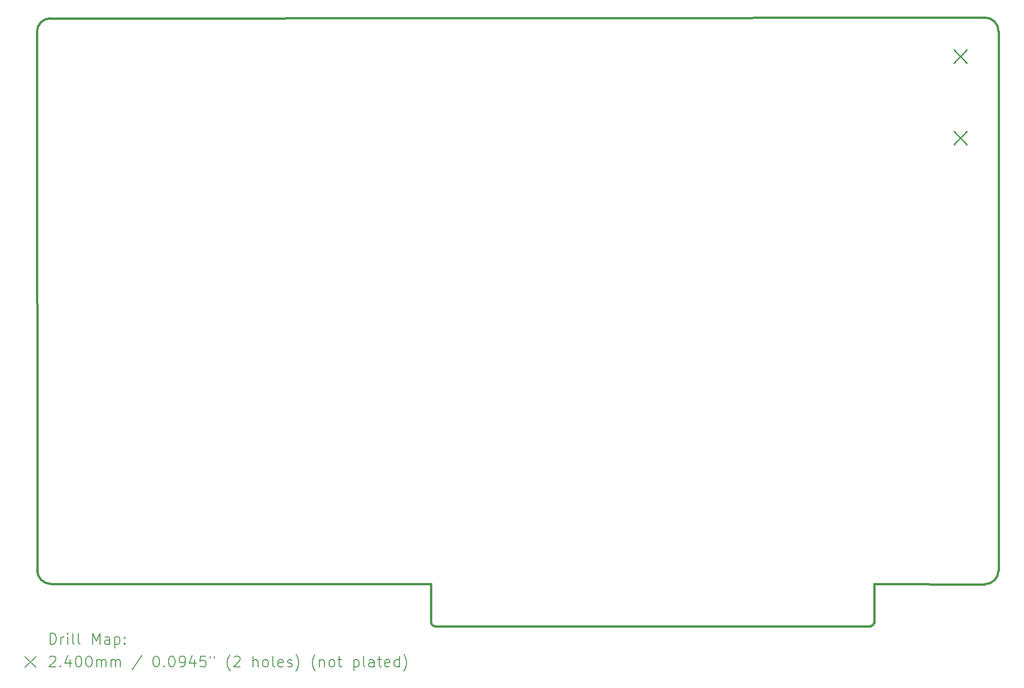
<source format=gbr>
%TF.GenerationSoftware,KiCad,Pcbnew,8.0.6*%
%TF.CreationDate,2025-07-20T08:59:59-05:00*%
%TF.ProjectId,MULTIIO,4d554c54-4949-44f2-9e6b-696361645f70,V1.1*%
%TF.SameCoordinates,Original*%
%TF.FileFunction,Drillmap*%
%TF.FilePolarity,Positive*%
%FSLAX45Y45*%
G04 Gerber Fmt 4.5, Leading zero omitted, Abs format (unit mm)*
G04 Created by KiCad (PCBNEW 8.0.6) date 2025-07-20 08:59:59*
%MOMM*%
%LPD*%
G01*
G04 APERTURE LIST*
%ADD10C,0.381000*%
%ADD11C,0.200000*%
%ADD12C,0.240000*%
G04 APERTURE END LIST*
D10*
X22074407Y-14230887D02*
X22076123Y-14945447D01*
X30217647Y-14237237D02*
X32249647Y-14238507D01*
X22139623Y-15008947D02*
G75*
G02*
X22076123Y-14945447I7J63507D01*
G01*
X15092680Y-14234160D02*
G75*
G02*
X14838680Y-13980160I0J254000D01*
G01*
X32501112Y-13984507D02*
G75*
G02*
X32249647Y-14238506I-253262J-743D01*
G01*
X32501107Y-4078507D02*
X32501107Y-13984507D01*
X14838680Y-13980160D02*
X14832866Y-4086126D01*
X21591807Y-14230887D02*
X22074407Y-14230887D01*
X32244566Y-3819378D02*
G75*
G02*
X32501107Y-4078507I3284J-253302D01*
G01*
X15092680Y-14234160D02*
X21591807Y-14230887D01*
X30215107Y-14944627D02*
G75*
G02*
X30151607Y-15008127I-63497J-3D01*
G01*
X15082520Y-3832860D02*
X32244567Y-3819427D01*
X22139623Y-15008947D02*
X30151607Y-15008127D01*
X30217647Y-14237237D02*
X30215107Y-14944627D01*
X14833563Y-4086126D02*
G75*
G02*
X15082520Y-3832860I253297J6D01*
G01*
D11*
D12*
X31681590Y-4413810D02*
X31921590Y-4653810D01*
X31921590Y-4413810D02*
X31681590Y-4653810D01*
X31681590Y-5913810D02*
X31921590Y-6153810D01*
X31921590Y-5913810D02*
X31681590Y-6153810D01*
D11*
X15074592Y-15339481D02*
X15074592Y-15139481D01*
X15074592Y-15139481D02*
X15122211Y-15139481D01*
X15122211Y-15139481D02*
X15150783Y-15149005D01*
X15150783Y-15149005D02*
X15169830Y-15168052D01*
X15169830Y-15168052D02*
X15179354Y-15187100D01*
X15179354Y-15187100D02*
X15188878Y-15225195D01*
X15188878Y-15225195D02*
X15188878Y-15253767D01*
X15188878Y-15253767D02*
X15179354Y-15291862D01*
X15179354Y-15291862D02*
X15169830Y-15310910D01*
X15169830Y-15310910D02*
X15150783Y-15329957D01*
X15150783Y-15329957D02*
X15122211Y-15339481D01*
X15122211Y-15339481D02*
X15074592Y-15339481D01*
X15274592Y-15339481D02*
X15274592Y-15206148D01*
X15274592Y-15244243D02*
X15284116Y-15225195D01*
X15284116Y-15225195D02*
X15293640Y-15215671D01*
X15293640Y-15215671D02*
X15312688Y-15206148D01*
X15312688Y-15206148D02*
X15331735Y-15206148D01*
X15398402Y-15339481D02*
X15398402Y-15206148D01*
X15398402Y-15139481D02*
X15388878Y-15149005D01*
X15388878Y-15149005D02*
X15398402Y-15158529D01*
X15398402Y-15158529D02*
X15407926Y-15149005D01*
X15407926Y-15149005D02*
X15398402Y-15139481D01*
X15398402Y-15139481D02*
X15398402Y-15158529D01*
X15522211Y-15339481D02*
X15503164Y-15329957D01*
X15503164Y-15329957D02*
X15493640Y-15310910D01*
X15493640Y-15310910D02*
X15493640Y-15139481D01*
X15626973Y-15339481D02*
X15607926Y-15329957D01*
X15607926Y-15329957D02*
X15598402Y-15310910D01*
X15598402Y-15310910D02*
X15598402Y-15139481D01*
X15855545Y-15339481D02*
X15855545Y-15139481D01*
X15855545Y-15139481D02*
X15922211Y-15282338D01*
X15922211Y-15282338D02*
X15988878Y-15139481D01*
X15988878Y-15139481D02*
X15988878Y-15339481D01*
X16169830Y-15339481D02*
X16169830Y-15234719D01*
X16169830Y-15234719D02*
X16160307Y-15215671D01*
X16160307Y-15215671D02*
X16141259Y-15206148D01*
X16141259Y-15206148D02*
X16103164Y-15206148D01*
X16103164Y-15206148D02*
X16084116Y-15215671D01*
X16169830Y-15329957D02*
X16150783Y-15339481D01*
X16150783Y-15339481D02*
X16103164Y-15339481D01*
X16103164Y-15339481D02*
X16084116Y-15329957D01*
X16084116Y-15329957D02*
X16074592Y-15310910D01*
X16074592Y-15310910D02*
X16074592Y-15291862D01*
X16074592Y-15291862D02*
X16084116Y-15272814D01*
X16084116Y-15272814D02*
X16103164Y-15263291D01*
X16103164Y-15263291D02*
X16150783Y-15263291D01*
X16150783Y-15263291D02*
X16169830Y-15253767D01*
X16265069Y-15206148D02*
X16265069Y-15406148D01*
X16265069Y-15215671D02*
X16284116Y-15206148D01*
X16284116Y-15206148D02*
X16322211Y-15206148D01*
X16322211Y-15206148D02*
X16341259Y-15215671D01*
X16341259Y-15215671D02*
X16350783Y-15225195D01*
X16350783Y-15225195D02*
X16360307Y-15244243D01*
X16360307Y-15244243D02*
X16360307Y-15301386D01*
X16360307Y-15301386D02*
X16350783Y-15320433D01*
X16350783Y-15320433D02*
X16341259Y-15329957D01*
X16341259Y-15329957D02*
X16322211Y-15339481D01*
X16322211Y-15339481D02*
X16284116Y-15339481D01*
X16284116Y-15339481D02*
X16265069Y-15329957D01*
X16446021Y-15320433D02*
X16455545Y-15329957D01*
X16455545Y-15329957D02*
X16446021Y-15339481D01*
X16446021Y-15339481D02*
X16436497Y-15329957D01*
X16436497Y-15329957D02*
X16446021Y-15320433D01*
X16446021Y-15320433D02*
X16446021Y-15339481D01*
X16446021Y-15215671D02*
X16455545Y-15225195D01*
X16455545Y-15225195D02*
X16446021Y-15234719D01*
X16446021Y-15234719D02*
X16436497Y-15225195D01*
X16436497Y-15225195D02*
X16446021Y-15215671D01*
X16446021Y-15215671D02*
X16446021Y-15234719D01*
X14613816Y-15567997D02*
X14813816Y-15767997D01*
X14813816Y-15567997D02*
X14613816Y-15767997D01*
X15065069Y-15578529D02*
X15074592Y-15569005D01*
X15074592Y-15569005D02*
X15093640Y-15559481D01*
X15093640Y-15559481D02*
X15141259Y-15559481D01*
X15141259Y-15559481D02*
X15160307Y-15569005D01*
X15160307Y-15569005D02*
X15169830Y-15578529D01*
X15169830Y-15578529D02*
X15179354Y-15597576D01*
X15179354Y-15597576D02*
X15179354Y-15616624D01*
X15179354Y-15616624D02*
X15169830Y-15645195D01*
X15169830Y-15645195D02*
X15055545Y-15759481D01*
X15055545Y-15759481D02*
X15179354Y-15759481D01*
X15265069Y-15740433D02*
X15274592Y-15749957D01*
X15274592Y-15749957D02*
X15265069Y-15759481D01*
X15265069Y-15759481D02*
X15255545Y-15749957D01*
X15255545Y-15749957D02*
X15265069Y-15740433D01*
X15265069Y-15740433D02*
X15265069Y-15759481D01*
X15446021Y-15626148D02*
X15446021Y-15759481D01*
X15398402Y-15549957D02*
X15350783Y-15692814D01*
X15350783Y-15692814D02*
X15474592Y-15692814D01*
X15588878Y-15559481D02*
X15607926Y-15559481D01*
X15607926Y-15559481D02*
X15626973Y-15569005D01*
X15626973Y-15569005D02*
X15636497Y-15578529D01*
X15636497Y-15578529D02*
X15646021Y-15597576D01*
X15646021Y-15597576D02*
X15655545Y-15635671D01*
X15655545Y-15635671D02*
X15655545Y-15683291D01*
X15655545Y-15683291D02*
X15646021Y-15721386D01*
X15646021Y-15721386D02*
X15636497Y-15740433D01*
X15636497Y-15740433D02*
X15626973Y-15749957D01*
X15626973Y-15749957D02*
X15607926Y-15759481D01*
X15607926Y-15759481D02*
X15588878Y-15759481D01*
X15588878Y-15759481D02*
X15569830Y-15749957D01*
X15569830Y-15749957D02*
X15560307Y-15740433D01*
X15560307Y-15740433D02*
X15550783Y-15721386D01*
X15550783Y-15721386D02*
X15541259Y-15683291D01*
X15541259Y-15683291D02*
X15541259Y-15635671D01*
X15541259Y-15635671D02*
X15550783Y-15597576D01*
X15550783Y-15597576D02*
X15560307Y-15578529D01*
X15560307Y-15578529D02*
X15569830Y-15569005D01*
X15569830Y-15569005D02*
X15588878Y-15559481D01*
X15779354Y-15559481D02*
X15798402Y-15559481D01*
X15798402Y-15559481D02*
X15817450Y-15569005D01*
X15817450Y-15569005D02*
X15826973Y-15578529D01*
X15826973Y-15578529D02*
X15836497Y-15597576D01*
X15836497Y-15597576D02*
X15846021Y-15635671D01*
X15846021Y-15635671D02*
X15846021Y-15683291D01*
X15846021Y-15683291D02*
X15836497Y-15721386D01*
X15836497Y-15721386D02*
X15826973Y-15740433D01*
X15826973Y-15740433D02*
X15817450Y-15749957D01*
X15817450Y-15749957D02*
X15798402Y-15759481D01*
X15798402Y-15759481D02*
X15779354Y-15759481D01*
X15779354Y-15759481D02*
X15760307Y-15749957D01*
X15760307Y-15749957D02*
X15750783Y-15740433D01*
X15750783Y-15740433D02*
X15741259Y-15721386D01*
X15741259Y-15721386D02*
X15731735Y-15683291D01*
X15731735Y-15683291D02*
X15731735Y-15635671D01*
X15731735Y-15635671D02*
X15741259Y-15597576D01*
X15741259Y-15597576D02*
X15750783Y-15578529D01*
X15750783Y-15578529D02*
X15760307Y-15569005D01*
X15760307Y-15569005D02*
X15779354Y-15559481D01*
X15931735Y-15759481D02*
X15931735Y-15626148D01*
X15931735Y-15645195D02*
X15941259Y-15635671D01*
X15941259Y-15635671D02*
X15960307Y-15626148D01*
X15960307Y-15626148D02*
X15988878Y-15626148D01*
X15988878Y-15626148D02*
X16007926Y-15635671D01*
X16007926Y-15635671D02*
X16017450Y-15654719D01*
X16017450Y-15654719D02*
X16017450Y-15759481D01*
X16017450Y-15654719D02*
X16026973Y-15635671D01*
X16026973Y-15635671D02*
X16046021Y-15626148D01*
X16046021Y-15626148D02*
X16074592Y-15626148D01*
X16074592Y-15626148D02*
X16093640Y-15635671D01*
X16093640Y-15635671D02*
X16103164Y-15654719D01*
X16103164Y-15654719D02*
X16103164Y-15759481D01*
X16198402Y-15759481D02*
X16198402Y-15626148D01*
X16198402Y-15645195D02*
X16207926Y-15635671D01*
X16207926Y-15635671D02*
X16226973Y-15626148D01*
X16226973Y-15626148D02*
X16255545Y-15626148D01*
X16255545Y-15626148D02*
X16274592Y-15635671D01*
X16274592Y-15635671D02*
X16284116Y-15654719D01*
X16284116Y-15654719D02*
X16284116Y-15759481D01*
X16284116Y-15654719D02*
X16293640Y-15635671D01*
X16293640Y-15635671D02*
X16312688Y-15626148D01*
X16312688Y-15626148D02*
X16341259Y-15626148D01*
X16341259Y-15626148D02*
X16360307Y-15635671D01*
X16360307Y-15635671D02*
X16369831Y-15654719D01*
X16369831Y-15654719D02*
X16369831Y-15759481D01*
X16760307Y-15549957D02*
X16588878Y-15807100D01*
X17017450Y-15559481D02*
X17036497Y-15559481D01*
X17036497Y-15559481D02*
X17055545Y-15569005D01*
X17055545Y-15569005D02*
X17065069Y-15578529D01*
X17065069Y-15578529D02*
X17074593Y-15597576D01*
X17074593Y-15597576D02*
X17084116Y-15635671D01*
X17084116Y-15635671D02*
X17084116Y-15683291D01*
X17084116Y-15683291D02*
X17074593Y-15721386D01*
X17074593Y-15721386D02*
X17065069Y-15740433D01*
X17065069Y-15740433D02*
X17055545Y-15749957D01*
X17055545Y-15749957D02*
X17036497Y-15759481D01*
X17036497Y-15759481D02*
X17017450Y-15759481D01*
X17017450Y-15759481D02*
X16998402Y-15749957D01*
X16998402Y-15749957D02*
X16988878Y-15740433D01*
X16988878Y-15740433D02*
X16979355Y-15721386D01*
X16979355Y-15721386D02*
X16969831Y-15683291D01*
X16969831Y-15683291D02*
X16969831Y-15635671D01*
X16969831Y-15635671D02*
X16979355Y-15597576D01*
X16979355Y-15597576D02*
X16988878Y-15578529D01*
X16988878Y-15578529D02*
X16998402Y-15569005D01*
X16998402Y-15569005D02*
X17017450Y-15559481D01*
X17169831Y-15740433D02*
X17179355Y-15749957D01*
X17179355Y-15749957D02*
X17169831Y-15759481D01*
X17169831Y-15759481D02*
X17160307Y-15749957D01*
X17160307Y-15749957D02*
X17169831Y-15740433D01*
X17169831Y-15740433D02*
X17169831Y-15759481D01*
X17303164Y-15559481D02*
X17322212Y-15559481D01*
X17322212Y-15559481D02*
X17341259Y-15569005D01*
X17341259Y-15569005D02*
X17350783Y-15578529D01*
X17350783Y-15578529D02*
X17360307Y-15597576D01*
X17360307Y-15597576D02*
X17369831Y-15635671D01*
X17369831Y-15635671D02*
X17369831Y-15683291D01*
X17369831Y-15683291D02*
X17360307Y-15721386D01*
X17360307Y-15721386D02*
X17350783Y-15740433D01*
X17350783Y-15740433D02*
X17341259Y-15749957D01*
X17341259Y-15749957D02*
X17322212Y-15759481D01*
X17322212Y-15759481D02*
X17303164Y-15759481D01*
X17303164Y-15759481D02*
X17284116Y-15749957D01*
X17284116Y-15749957D02*
X17274593Y-15740433D01*
X17274593Y-15740433D02*
X17265069Y-15721386D01*
X17265069Y-15721386D02*
X17255545Y-15683291D01*
X17255545Y-15683291D02*
X17255545Y-15635671D01*
X17255545Y-15635671D02*
X17265069Y-15597576D01*
X17265069Y-15597576D02*
X17274593Y-15578529D01*
X17274593Y-15578529D02*
X17284116Y-15569005D01*
X17284116Y-15569005D02*
X17303164Y-15559481D01*
X17465069Y-15759481D02*
X17503164Y-15759481D01*
X17503164Y-15759481D02*
X17522212Y-15749957D01*
X17522212Y-15749957D02*
X17531736Y-15740433D01*
X17531736Y-15740433D02*
X17550783Y-15711862D01*
X17550783Y-15711862D02*
X17560307Y-15673767D01*
X17560307Y-15673767D02*
X17560307Y-15597576D01*
X17560307Y-15597576D02*
X17550783Y-15578529D01*
X17550783Y-15578529D02*
X17541259Y-15569005D01*
X17541259Y-15569005D02*
X17522212Y-15559481D01*
X17522212Y-15559481D02*
X17484116Y-15559481D01*
X17484116Y-15559481D02*
X17465069Y-15569005D01*
X17465069Y-15569005D02*
X17455545Y-15578529D01*
X17455545Y-15578529D02*
X17446021Y-15597576D01*
X17446021Y-15597576D02*
X17446021Y-15645195D01*
X17446021Y-15645195D02*
X17455545Y-15664243D01*
X17455545Y-15664243D02*
X17465069Y-15673767D01*
X17465069Y-15673767D02*
X17484116Y-15683291D01*
X17484116Y-15683291D02*
X17522212Y-15683291D01*
X17522212Y-15683291D02*
X17541259Y-15673767D01*
X17541259Y-15673767D02*
X17550783Y-15664243D01*
X17550783Y-15664243D02*
X17560307Y-15645195D01*
X17731736Y-15626148D02*
X17731736Y-15759481D01*
X17684116Y-15549957D02*
X17636497Y-15692814D01*
X17636497Y-15692814D02*
X17760307Y-15692814D01*
X17931736Y-15559481D02*
X17836497Y-15559481D01*
X17836497Y-15559481D02*
X17826974Y-15654719D01*
X17826974Y-15654719D02*
X17836497Y-15645195D01*
X17836497Y-15645195D02*
X17855545Y-15635671D01*
X17855545Y-15635671D02*
X17903164Y-15635671D01*
X17903164Y-15635671D02*
X17922212Y-15645195D01*
X17922212Y-15645195D02*
X17931736Y-15654719D01*
X17931736Y-15654719D02*
X17941259Y-15673767D01*
X17941259Y-15673767D02*
X17941259Y-15721386D01*
X17941259Y-15721386D02*
X17931736Y-15740433D01*
X17931736Y-15740433D02*
X17922212Y-15749957D01*
X17922212Y-15749957D02*
X17903164Y-15759481D01*
X17903164Y-15759481D02*
X17855545Y-15759481D01*
X17855545Y-15759481D02*
X17836497Y-15749957D01*
X17836497Y-15749957D02*
X17826974Y-15740433D01*
X18017450Y-15559481D02*
X18017450Y-15597576D01*
X18093640Y-15559481D02*
X18093640Y-15597576D01*
X18388879Y-15835671D02*
X18379355Y-15826148D01*
X18379355Y-15826148D02*
X18360307Y-15797576D01*
X18360307Y-15797576D02*
X18350783Y-15778529D01*
X18350783Y-15778529D02*
X18341259Y-15749957D01*
X18341259Y-15749957D02*
X18331736Y-15702338D01*
X18331736Y-15702338D02*
X18331736Y-15664243D01*
X18331736Y-15664243D02*
X18341259Y-15616624D01*
X18341259Y-15616624D02*
X18350783Y-15588052D01*
X18350783Y-15588052D02*
X18360307Y-15569005D01*
X18360307Y-15569005D02*
X18379355Y-15540433D01*
X18379355Y-15540433D02*
X18388879Y-15530910D01*
X18455545Y-15578529D02*
X18465069Y-15569005D01*
X18465069Y-15569005D02*
X18484117Y-15559481D01*
X18484117Y-15559481D02*
X18531736Y-15559481D01*
X18531736Y-15559481D02*
X18550783Y-15569005D01*
X18550783Y-15569005D02*
X18560307Y-15578529D01*
X18560307Y-15578529D02*
X18569831Y-15597576D01*
X18569831Y-15597576D02*
X18569831Y-15616624D01*
X18569831Y-15616624D02*
X18560307Y-15645195D01*
X18560307Y-15645195D02*
X18446021Y-15759481D01*
X18446021Y-15759481D02*
X18569831Y-15759481D01*
X18807926Y-15759481D02*
X18807926Y-15559481D01*
X18893640Y-15759481D02*
X18893640Y-15654719D01*
X18893640Y-15654719D02*
X18884117Y-15635671D01*
X18884117Y-15635671D02*
X18865069Y-15626148D01*
X18865069Y-15626148D02*
X18836498Y-15626148D01*
X18836498Y-15626148D02*
X18817450Y-15635671D01*
X18817450Y-15635671D02*
X18807926Y-15645195D01*
X19017450Y-15759481D02*
X18998402Y-15749957D01*
X18998402Y-15749957D02*
X18988879Y-15740433D01*
X18988879Y-15740433D02*
X18979355Y-15721386D01*
X18979355Y-15721386D02*
X18979355Y-15664243D01*
X18979355Y-15664243D02*
X18988879Y-15645195D01*
X18988879Y-15645195D02*
X18998402Y-15635671D01*
X18998402Y-15635671D02*
X19017450Y-15626148D01*
X19017450Y-15626148D02*
X19046021Y-15626148D01*
X19046021Y-15626148D02*
X19065069Y-15635671D01*
X19065069Y-15635671D02*
X19074593Y-15645195D01*
X19074593Y-15645195D02*
X19084117Y-15664243D01*
X19084117Y-15664243D02*
X19084117Y-15721386D01*
X19084117Y-15721386D02*
X19074593Y-15740433D01*
X19074593Y-15740433D02*
X19065069Y-15749957D01*
X19065069Y-15749957D02*
X19046021Y-15759481D01*
X19046021Y-15759481D02*
X19017450Y-15759481D01*
X19198402Y-15759481D02*
X19179355Y-15749957D01*
X19179355Y-15749957D02*
X19169831Y-15730910D01*
X19169831Y-15730910D02*
X19169831Y-15559481D01*
X19350783Y-15749957D02*
X19331736Y-15759481D01*
X19331736Y-15759481D02*
X19293640Y-15759481D01*
X19293640Y-15759481D02*
X19274593Y-15749957D01*
X19274593Y-15749957D02*
X19265069Y-15730910D01*
X19265069Y-15730910D02*
X19265069Y-15654719D01*
X19265069Y-15654719D02*
X19274593Y-15635671D01*
X19274593Y-15635671D02*
X19293640Y-15626148D01*
X19293640Y-15626148D02*
X19331736Y-15626148D01*
X19331736Y-15626148D02*
X19350783Y-15635671D01*
X19350783Y-15635671D02*
X19360307Y-15654719D01*
X19360307Y-15654719D02*
X19360307Y-15673767D01*
X19360307Y-15673767D02*
X19265069Y-15692814D01*
X19436498Y-15749957D02*
X19455545Y-15759481D01*
X19455545Y-15759481D02*
X19493640Y-15759481D01*
X19493640Y-15759481D02*
X19512688Y-15749957D01*
X19512688Y-15749957D02*
X19522212Y-15730910D01*
X19522212Y-15730910D02*
X19522212Y-15721386D01*
X19522212Y-15721386D02*
X19512688Y-15702338D01*
X19512688Y-15702338D02*
X19493640Y-15692814D01*
X19493640Y-15692814D02*
X19465069Y-15692814D01*
X19465069Y-15692814D02*
X19446021Y-15683291D01*
X19446021Y-15683291D02*
X19436498Y-15664243D01*
X19436498Y-15664243D02*
X19436498Y-15654719D01*
X19436498Y-15654719D02*
X19446021Y-15635671D01*
X19446021Y-15635671D02*
X19465069Y-15626148D01*
X19465069Y-15626148D02*
X19493640Y-15626148D01*
X19493640Y-15626148D02*
X19512688Y-15635671D01*
X19588879Y-15835671D02*
X19598402Y-15826148D01*
X19598402Y-15826148D02*
X19617450Y-15797576D01*
X19617450Y-15797576D02*
X19626974Y-15778529D01*
X19626974Y-15778529D02*
X19636498Y-15749957D01*
X19636498Y-15749957D02*
X19646021Y-15702338D01*
X19646021Y-15702338D02*
X19646021Y-15664243D01*
X19646021Y-15664243D02*
X19636498Y-15616624D01*
X19636498Y-15616624D02*
X19626974Y-15588052D01*
X19626974Y-15588052D02*
X19617450Y-15569005D01*
X19617450Y-15569005D02*
X19598402Y-15540433D01*
X19598402Y-15540433D02*
X19588879Y-15530910D01*
X19950783Y-15835671D02*
X19941260Y-15826148D01*
X19941260Y-15826148D02*
X19922212Y-15797576D01*
X19922212Y-15797576D02*
X19912688Y-15778529D01*
X19912688Y-15778529D02*
X19903164Y-15749957D01*
X19903164Y-15749957D02*
X19893641Y-15702338D01*
X19893641Y-15702338D02*
X19893641Y-15664243D01*
X19893641Y-15664243D02*
X19903164Y-15616624D01*
X19903164Y-15616624D02*
X19912688Y-15588052D01*
X19912688Y-15588052D02*
X19922212Y-15569005D01*
X19922212Y-15569005D02*
X19941260Y-15540433D01*
X19941260Y-15540433D02*
X19950783Y-15530910D01*
X20026974Y-15626148D02*
X20026974Y-15759481D01*
X20026974Y-15645195D02*
X20036498Y-15635671D01*
X20036498Y-15635671D02*
X20055545Y-15626148D01*
X20055545Y-15626148D02*
X20084117Y-15626148D01*
X20084117Y-15626148D02*
X20103164Y-15635671D01*
X20103164Y-15635671D02*
X20112688Y-15654719D01*
X20112688Y-15654719D02*
X20112688Y-15759481D01*
X20236498Y-15759481D02*
X20217450Y-15749957D01*
X20217450Y-15749957D02*
X20207926Y-15740433D01*
X20207926Y-15740433D02*
X20198402Y-15721386D01*
X20198402Y-15721386D02*
X20198402Y-15664243D01*
X20198402Y-15664243D02*
X20207926Y-15645195D01*
X20207926Y-15645195D02*
X20217450Y-15635671D01*
X20217450Y-15635671D02*
X20236498Y-15626148D01*
X20236498Y-15626148D02*
X20265069Y-15626148D01*
X20265069Y-15626148D02*
X20284117Y-15635671D01*
X20284117Y-15635671D02*
X20293641Y-15645195D01*
X20293641Y-15645195D02*
X20303164Y-15664243D01*
X20303164Y-15664243D02*
X20303164Y-15721386D01*
X20303164Y-15721386D02*
X20293641Y-15740433D01*
X20293641Y-15740433D02*
X20284117Y-15749957D01*
X20284117Y-15749957D02*
X20265069Y-15759481D01*
X20265069Y-15759481D02*
X20236498Y-15759481D01*
X20360307Y-15626148D02*
X20436498Y-15626148D01*
X20388879Y-15559481D02*
X20388879Y-15730910D01*
X20388879Y-15730910D02*
X20398402Y-15749957D01*
X20398402Y-15749957D02*
X20417450Y-15759481D01*
X20417450Y-15759481D02*
X20436498Y-15759481D01*
X20655545Y-15626148D02*
X20655545Y-15826148D01*
X20655545Y-15635671D02*
X20674593Y-15626148D01*
X20674593Y-15626148D02*
X20712688Y-15626148D01*
X20712688Y-15626148D02*
X20731736Y-15635671D01*
X20731736Y-15635671D02*
X20741260Y-15645195D01*
X20741260Y-15645195D02*
X20750783Y-15664243D01*
X20750783Y-15664243D02*
X20750783Y-15721386D01*
X20750783Y-15721386D02*
X20741260Y-15740433D01*
X20741260Y-15740433D02*
X20731736Y-15749957D01*
X20731736Y-15749957D02*
X20712688Y-15759481D01*
X20712688Y-15759481D02*
X20674593Y-15759481D01*
X20674593Y-15759481D02*
X20655545Y-15749957D01*
X20865069Y-15759481D02*
X20846022Y-15749957D01*
X20846022Y-15749957D02*
X20836498Y-15730910D01*
X20836498Y-15730910D02*
X20836498Y-15559481D01*
X21026974Y-15759481D02*
X21026974Y-15654719D01*
X21026974Y-15654719D02*
X21017450Y-15635671D01*
X21017450Y-15635671D02*
X20998403Y-15626148D01*
X20998403Y-15626148D02*
X20960307Y-15626148D01*
X20960307Y-15626148D02*
X20941260Y-15635671D01*
X21026974Y-15749957D02*
X21007926Y-15759481D01*
X21007926Y-15759481D02*
X20960307Y-15759481D01*
X20960307Y-15759481D02*
X20941260Y-15749957D01*
X20941260Y-15749957D02*
X20931736Y-15730910D01*
X20931736Y-15730910D02*
X20931736Y-15711862D01*
X20931736Y-15711862D02*
X20941260Y-15692814D01*
X20941260Y-15692814D02*
X20960307Y-15683291D01*
X20960307Y-15683291D02*
X21007926Y-15683291D01*
X21007926Y-15683291D02*
X21026974Y-15673767D01*
X21093641Y-15626148D02*
X21169831Y-15626148D01*
X21122212Y-15559481D02*
X21122212Y-15730910D01*
X21122212Y-15730910D02*
X21131736Y-15749957D01*
X21131736Y-15749957D02*
X21150783Y-15759481D01*
X21150783Y-15759481D02*
X21169831Y-15759481D01*
X21312688Y-15749957D02*
X21293641Y-15759481D01*
X21293641Y-15759481D02*
X21255545Y-15759481D01*
X21255545Y-15759481D02*
X21236498Y-15749957D01*
X21236498Y-15749957D02*
X21226974Y-15730910D01*
X21226974Y-15730910D02*
X21226974Y-15654719D01*
X21226974Y-15654719D02*
X21236498Y-15635671D01*
X21236498Y-15635671D02*
X21255545Y-15626148D01*
X21255545Y-15626148D02*
X21293641Y-15626148D01*
X21293641Y-15626148D02*
X21312688Y-15635671D01*
X21312688Y-15635671D02*
X21322212Y-15654719D01*
X21322212Y-15654719D02*
X21322212Y-15673767D01*
X21322212Y-15673767D02*
X21226974Y-15692814D01*
X21493641Y-15759481D02*
X21493641Y-15559481D01*
X21493641Y-15749957D02*
X21474593Y-15759481D01*
X21474593Y-15759481D02*
X21436498Y-15759481D01*
X21436498Y-15759481D02*
X21417450Y-15749957D01*
X21417450Y-15749957D02*
X21407926Y-15740433D01*
X21407926Y-15740433D02*
X21398403Y-15721386D01*
X21398403Y-15721386D02*
X21398403Y-15664243D01*
X21398403Y-15664243D02*
X21407926Y-15645195D01*
X21407926Y-15645195D02*
X21417450Y-15635671D01*
X21417450Y-15635671D02*
X21436498Y-15626148D01*
X21436498Y-15626148D02*
X21474593Y-15626148D01*
X21474593Y-15626148D02*
X21493641Y-15635671D01*
X21569831Y-15835671D02*
X21579355Y-15826148D01*
X21579355Y-15826148D02*
X21598403Y-15797576D01*
X21598403Y-15797576D02*
X21607926Y-15778529D01*
X21607926Y-15778529D02*
X21617450Y-15749957D01*
X21617450Y-15749957D02*
X21626974Y-15702338D01*
X21626974Y-15702338D02*
X21626974Y-15664243D01*
X21626974Y-15664243D02*
X21617450Y-15616624D01*
X21617450Y-15616624D02*
X21607926Y-15588052D01*
X21607926Y-15588052D02*
X21598403Y-15569005D01*
X21598403Y-15569005D02*
X21579355Y-15540433D01*
X21579355Y-15540433D02*
X21569831Y-15530910D01*
M02*

</source>
